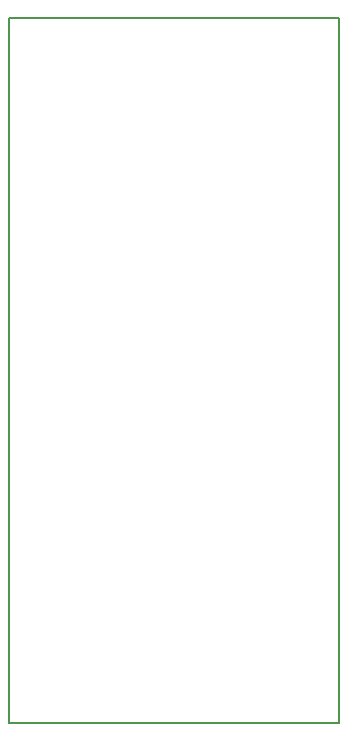
<source format=gm1>
G04 #@! TF.GenerationSoftware,KiCad,Pcbnew,5.0.0-rc1-44a33f2~62~ubuntu16.04.1*
G04 #@! TF.CreationDate,2018-04-24T12:49:53+03:00*
G04 #@! TF.ProjectId,nrf52board,6E72663532626F6172642E6B69636164,rev?*
G04 #@! TF.SameCoordinates,Original*
G04 #@! TF.FileFunction,Profile,NP*
%FSLAX46Y46*%
G04 Gerber Fmt 4.6, Leading zero omitted, Abs format (unit mm)*
G04 Created by KiCad (PCBNEW 5.0.0-rc1-44a33f2~62~ubuntu16.04.1) date Tue Apr 24 12:49:53 2018*
%MOMM*%
%LPD*%
G01*
G04 APERTURE LIST*
%ADD10C,0.150000*%
G04 APERTURE END LIST*
D10*
X56980000Y-111760000D02*
X56980000Y-52070000D01*
X84920000Y-111760000D02*
X56980000Y-111760000D01*
X84920000Y-52070000D02*
X84920000Y-111760000D01*
X56980000Y-52070000D02*
X84920000Y-52070000D01*
M02*

</source>
